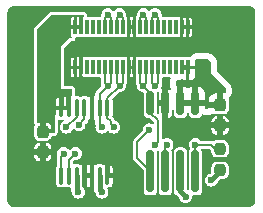
<source format=gbr>
%TF.GenerationSoftware,KiCad,Pcbnew,8.0.2*%
%TF.CreationDate,2024-11-23T19:12:39+01:00*%
%TF.ProjectId,NTR-Subcard,4e54522d-5375-4626-9361-72642e6b6963,rev?*%
%TF.SameCoordinates,Original*%
%TF.FileFunction,Copper,L1,Top*%
%TF.FilePolarity,Positive*%
%FSLAX46Y46*%
G04 Gerber Fmt 4.6, Leading zero omitted, Abs format (unit mm)*
G04 Created by KiCad (PCBNEW 8.0.2) date 2024-11-23 19:12:39*
%MOMM*%
%LPD*%
G01*
G04 APERTURE LIST*
G04 Aperture macros list*
%AMRoundRect*
0 Rectangle with rounded corners*
0 $1 Rounding radius*
0 $2 $3 $4 $5 $6 $7 $8 $9 X,Y pos of 4 corners*
0 Add a 4 corners polygon primitive as box body*
4,1,4,$2,$3,$4,$5,$6,$7,$8,$9,$2,$3,0*
0 Add four circle primitives for the rounded corners*
1,1,$1+$1,$2,$3*
1,1,$1+$1,$4,$5*
1,1,$1+$1,$6,$7*
1,1,$1+$1,$8,$9*
0 Add four rect primitives between the rounded corners*
20,1,$1+$1,$2,$3,$4,$5,0*
20,1,$1+$1,$4,$5,$6,$7,0*
20,1,$1+$1,$6,$7,$8,$9,0*
20,1,$1+$1,$8,$9,$2,$3,0*%
G04 Aperture macros list end*
%TA.AperFunction,SMDPad,CuDef*%
%ADD10RoundRect,0.150000X0.150000X-1.635000X0.150000X1.635000X-0.150000X1.635000X-0.150000X-1.635000X0*%
%TD*%
%TA.AperFunction,SMDPad,CuDef*%
%ADD11RoundRect,0.150000X0.150000X-0.825000X0.150000X0.825000X-0.150000X0.825000X-0.150000X-0.825000X0*%
%TD*%
%TA.AperFunction,SMDPad,CuDef*%
%ADD12R,0.300000X1.200000*%
%TD*%
%TA.AperFunction,SMDPad,CuDef*%
%ADD13RoundRect,0.100000X0.100000X-0.637500X0.100000X0.637500X-0.100000X0.637500X-0.100000X-0.637500X0*%
%TD*%
%TA.AperFunction,SMDPad,CuDef*%
%ADD14RoundRect,0.237500X0.237500X-0.250000X0.237500X0.250000X-0.237500X0.250000X-0.237500X-0.250000X0*%
%TD*%
%TA.AperFunction,SMDPad,CuDef*%
%ADD15RoundRect,0.237500X0.237500X-0.300000X0.237500X0.300000X-0.237500X0.300000X-0.237500X-0.300000X0*%
%TD*%
%TA.AperFunction,ViaPad*%
%ADD16C,0.600000*%
%TD*%
%TA.AperFunction,Conductor*%
%ADD17C,0.400000*%
%TD*%
%TA.AperFunction,Conductor*%
%ADD18C,0.200000*%
%TD*%
G04 APERTURE END LIST*
D10*
%TO.P,U2,1,D*%
%TO.N,D*%
X111095000Y-79510000D03*
%TO.P,U2,2,C*%
%TO.N,C*%
X112365000Y-79510000D03*
%TO.P,U2,3,~{Reset}*%
%TO.N,VCC*%
X113635000Y-79510000D03*
%TO.P,U2,4,~{S}*%
%TO.N,S*%
X114905000Y-79510000D03*
D11*
%TO.P,U2,5,~{W}*%
%TO.N,VCC*%
X114905000Y-73750000D03*
%TO.P,U2,6,VCC*%
X113635000Y-73750000D03*
%TO.P,U2,7,VSS*%
%TO.N,GND*%
X112365000Y-73750000D03*
%TO.P,U2,8,Q*%
%TO.N,Q*%
X111095000Y-73750000D03*
%TD*%
D12*
%TO.P,CN1,1,Pin_1*%
%TO.N,VCC*%
X114250000Y-70700000D03*
%TO.P,CN1,2,Pin_2*%
X113750000Y-70700000D03*
%TO.P,CN1,3,Pin_3*%
%TO.N,unconnected-(CN1-Pin_3-Pad3)*%
X113250000Y-70700000D03*
%TO.P,CN1,4,Pin_4*%
%TO.N,unconnected-(CN1-Pin_4-Pad4)*%
X112750000Y-70700000D03*
%TO.P,CN1,5,Pin_5*%
%TO.N,unconnected-(CN1-Pin_5-Pad5)*%
X112250000Y-70700000D03*
%TO.P,CN1,6,Pin_6*%
%TO.N,S*%
X111750000Y-70700000D03*
%TO.P,CN1,7,Pin_7*%
X111250000Y-70700000D03*
%TO.P,CN1,8,Pin_8*%
%TO.N,Q*%
X110750000Y-70700000D03*
%TO.P,CN1,9,Pin_9*%
X110250000Y-70700000D03*
%TO.P,CN1,10,Pin_10*%
%TO.N,GND*%
X109750000Y-70700000D03*
%TO.P,CN1,11,Pin_11*%
X109250000Y-70700000D03*
%TO.P,CN1,12,Pin_12*%
%TO.N,D*%
X108750000Y-70700000D03*
%TO.P,CN1,13,Pin_13*%
X108250000Y-70700000D03*
%TO.P,CN1,14,Pin_14*%
%TO.N,C*%
X107750000Y-70700000D03*
%TO.P,CN1,15,Pin_15*%
X107250000Y-70700000D03*
%TO.P,CN1,16,Pin_16*%
%TO.N,unconnected-(CN1-Pin_16-Pad16)*%
X106750000Y-70700000D03*
%TO.P,CN1,17,Pin_17*%
%TO.N,unconnected-(CN1-Pin_17-Pad17)*%
X106250000Y-70700000D03*
%TO.P,CN1,18,Pin_18*%
%TO.N,unconnected-(CN1-Pin_18-Pad18)*%
X105750000Y-70700000D03*
%TO.P,CN1,19,Pin_19*%
%TO.N,GND*%
X105250000Y-70700000D03*
%TO.P,CN1,20,Pin_20*%
X104750000Y-70700000D03*
%TO.P,CN1,21,Pin_21*%
%TO.N,VCC*%
X104750000Y-67300000D03*
%TO.P,CN1,22,Pin_22*%
X105250000Y-67300000D03*
%TO.P,CN1,23,Pin_23*%
%TO.N,unconnected-(CN1-Pin_23-Pad23)*%
X105750000Y-67300000D03*
%TO.P,CN1,24,Pin_24*%
%TO.N,unconnected-(CN1-Pin_24-Pad24)*%
X106250000Y-67300000D03*
%TO.P,CN1,25,Pin_25*%
%TO.N,unconnected-(CN1-Pin_25-Pad25)*%
X106750000Y-67300000D03*
%TO.P,CN1,26,Pin_26*%
%TO.N,S*%
X107250000Y-67300000D03*
%TO.P,CN1,27,Pin_27*%
X107750000Y-67300000D03*
%TO.P,CN1,28,Pin_28*%
%TO.N,Q*%
X108250000Y-67300000D03*
%TO.P,CN1,29,Pin_29*%
X108750000Y-67300000D03*
%TO.P,CN1,30,Pin_30*%
%TO.N,GND*%
X109250000Y-67300000D03*
%TO.P,CN1,31,Pin_31*%
X109750000Y-67300000D03*
%TO.P,CN1,32,Pin_32*%
%TO.N,D*%
X110250000Y-67300000D03*
%TO.P,CN1,33,Pin_33*%
X110750000Y-67300000D03*
%TO.P,CN1,34,Pin_34*%
%TO.N,C*%
X111250000Y-67300000D03*
%TO.P,CN1,35,Pin_35*%
X111750000Y-67300000D03*
%TO.P,CN1,36,Pin_36*%
%TO.N,unconnected-(CN1-Pin_36-Pad36)*%
X112250000Y-67300000D03*
%TO.P,CN1,37,Pin_37*%
%TO.N,unconnected-(CN1-Pin_37-Pad37)*%
X112750000Y-67300000D03*
%TO.P,CN1,38,Pin_38*%
%TO.N,unconnected-(CN1-Pin_38-Pad38)*%
X113250000Y-67300000D03*
%TO.P,CN1,39,Pin_39*%
%TO.N,GND*%
X113750000Y-67300000D03*
%TO.P,CN1,40,Pin_40*%
X114250000Y-67300000D03*
%TD*%
D13*
%TO.P,U1,1,~{S}*%
%TO.N,S*%
X103550000Y-79862500D03*
%TO.P,U1,2,Q*%
%TO.N,Q*%
X104200000Y-79862500D03*
%TO.P,U1,3,~{W}*%
%TO.N,VCC*%
X104850000Y-79862500D03*
%TO.P,U1,4,VSS*%
%TO.N,GND*%
X105500000Y-79862500D03*
%TO.P,U1,5*%
X106150000Y-79862500D03*
%TO.P,U1,6*%
%TO.N,VCC*%
X106800000Y-79862500D03*
%TO.P,U1,7*%
%TO.N,GND*%
X107450000Y-79862500D03*
%TO.P,U1,8*%
%TO.N,D*%
X107450000Y-74137500D03*
%TO.P,U1,9*%
%TO.N,C*%
X106800000Y-74137500D03*
%TO.P,U1,10*%
%TO.N,GND*%
X106150000Y-74137500D03*
%TO.P,U1,11,D*%
%TO.N,D*%
X105500000Y-74137500D03*
%TO.P,U1,12,C*%
%TO.N,C*%
X104850000Y-74137500D03*
%TO.P,U1,13,~{HOLD}*%
%TO.N,VCC*%
X104200000Y-74137500D03*
%TO.P,U1,14,VCC*%
X103550000Y-74137500D03*
%TD*%
D14*
%TO.P,R1,1*%
%TO.N,VCC*%
X117000000Y-79412500D03*
%TO.P,R1,2*%
%TO.N,S*%
X117000000Y-77587500D03*
%TD*%
D15*
%TO.P,C2,1*%
%TO.N,GND*%
X117000000Y-75612500D03*
%TO.P,C2,2*%
%TO.N,VCC*%
X117000000Y-73887500D03*
%TD*%
%TO.P,C1,1*%
%TO.N,GND*%
X102000000Y-77862500D03*
%TO.P,C1,2*%
%TO.N,VCC*%
X102000000Y-76137500D03*
%TD*%
D16*
%TO.N,VCC*%
X102250000Y-73000000D03*
X116250000Y-80250000D03*
X114088296Y-81633450D03*
X116000000Y-72000000D03*
X105000000Y-81250000D03*
X103000000Y-72000000D03*
X116000000Y-72750000D03*
X115000000Y-72000000D03*
X107000000Y-81250000D03*
X102250000Y-72000000D03*
%TO.N,GND*%
X118750000Y-66500000D03*
X108500000Y-74500000D03*
X118750000Y-69250000D03*
X100000000Y-75750000D03*
X100000000Y-67250000D03*
X115254696Y-82015955D03*
X100000000Y-78750000D03*
X105750000Y-68500000D03*
X116250000Y-67250000D03*
X111750000Y-82000000D03*
X106500000Y-66000000D03*
X100000000Y-73000000D03*
X100000000Y-81750000D03*
X112378463Y-71946036D03*
X119000000Y-80750000D03*
X114000000Y-66250000D03*
X113750000Y-77000000D03*
X100000000Y-70000000D03*
X114750000Y-68500000D03*
X103500000Y-81750000D03*
X106000000Y-81750000D03*
X105250000Y-72250000D03*
X112500000Y-66000000D03*
X112500000Y-76000000D03*
X109500000Y-66000000D03*
X119000000Y-78000000D03*
X118750000Y-72250000D03*
X118750000Y-75250000D03*
X108250000Y-68500000D03*
X111000000Y-68500000D03*
X110000000Y-75000000D03*
X109250000Y-81750000D03*
%TO.N,C*%
X104000000Y-75750000D03*
X111500000Y-66250000D03*
X107000000Y-75750000D03*
X112500000Y-77250000D03*
X107500000Y-72250000D03*
%TO.N,Q*%
X110500000Y-72250000D03*
X111500000Y-77250000D03*
X108500000Y-66250000D03*
X104750000Y-78000000D03*
%TO.N,S*%
X114905000Y-77250000D03*
X111500000Y-72250000D03*
X107500000Y-66250000D03*
X103750000Y-78000000D03*
%TO.N,D*%
X111000000Y-76000000D03*
X108000000Y-75750000D03*
X108500000Y-72250000D03*
X105049265Y-75549265D03*
X110500000Y-66250000D03*
%TD*%
D17*
%TO.N,VCC*%
X113635000Y-81180154D02*
X113635000Y-79475000D01*
X114088296Y-81633450D02*
X113635000Y-81180154D01*
D18*
%TO.N,Q*%
X111500000Y-77250000D02*
X111750000Y-77000000D01*
X111750000Y-75180000D02*
X111095000Y-74525000D01*
X111750000Y-77000000D02*
X111750000Y-75180000D01*
D17*
%TO.N,VCC*%
X114250000Y-70700000D02*
X113800000Y-70700000D01*
X106800000Y-81050000D02*
X107000000Y-81250000D01*
X117000000Y-79500000D02*
X116250000Y-80250000D01*
X117000000Y-79412500D02*
X117000000Y-79500000D01*
X104850000Y-81100000D02*
X105000000Y-81250000D01*
X106800000Y-79862500D02*
X106800000Y-81050000D01*
X104850000Y-79862500D02*
X104850000Y-81100000D01*
%TO.N,GND*%
X105250000Y-72250000D02*
X105250000Y-72000000D01*
D18*
%TO.N,C*%
X104850000Y-74900000D02*
X104850000Y-74137500D01*
X111250000Y-67300000D02*
X111250000Y-66500000D01*
X107250000Y-70700000D02*
X107250000Y-72000000D01*
X107000000Y-75750000D02*
X106800000Y-75550000D01*
X107250000Y-72000000D02*
X107500000Y-72250000D01*
X111500000Y-66250000D02*
X111750000Y-66500000D01*
X111250000Y-66500000D02*
X111500000Y-66250000D01*
X107500000Y-72250000D02*
X107750000Y-72000000D01*
X104000000Y-75750000D02*
X104850000Y-74900000D01*
X107750000Y-72000000D02*
X107750000Y-70700000D01*
X106800000Y-74137500D02*
X106800000Y-72950000D01*
X112365000Y-79475000D02*
X112365000Y-77385000D01*
X106800000Y-72950000D02*
X107500000Y-72250000D01*
X112365000Y-77385000D02*
X112500000Y-77250000D01*
X106800000Y-75550000D02*
X106800000Y-74137500D01*
X111750000Y-66500000D02*
X111750000Y-67300000D01*
%TO.N,Q*%
X108250000Y-66500000D02*
X108500000Y-66250000D01*
X110250000Y-72000000D02*
X110500000Y-72250000D01*
X110250000Y-70700000D02*
X110250000Y-72000000D01*
X110750000Y-72000000D02*
X110750000Y-70700000D01*
X111095000Y-74525000D02*
X111095000Y-72845000D01*
X104200000Y-78550000D02*
X104200000Y-79862500D01*
X108750000Y-66500000D02*
X108500000Y-66250000D01*
X111095000Y-72845000D02*
X110500000Y-72250000D01*
X108250000Y-67300000D02*
X108250000Y-66500000D01*
X108750000Y-67300000D02*
X108750000Y-66500000D01*
X110500000Y-72250000D02*
X110750000Y-72000000D01*
X104750000Y-78000000D02*
X104200000Y-78550000D01*
%TO.N,S*%
X111500000Y-72250000D02*
X111750000Y-72000000D01*
X103550000Y-78200000D02*
X103550000Y-79862500D01*
X111250000Y-72000000D02*
X111500000Y-72250000D01*
X103750000Y-78000000D02*
X103550000Y-78200000D01*
X107250000Y-66500000D02*
X107500000Y-66250000D01*
X107500000Y-66250000D02*
X107750000Y-66500000D01*
X107750000Y-66500000D02*
X107750000Y-67300000D01*
X111750000Y-72000000D02*
X111750000Y-70700000D01*
X107250000Y-67300000D02*
X107250000Y-66500000D01*
X111250000Y-70700000D02*
X111250000Y-72000000D01*
%TO.N,D*%
X107450000Y-73300000D02*
X108500000Y-72250000D01*
X105500000Y-75098530D02*
X105500000Y-74137500D01*
X107750000Y-75500000D02*
X107750000Y-75250000D01*
X108750000Y-72000000D02*
X108750000Y-70700000D01*
X110250000Y-67300000D02*
X110250000Y-66500000D01*
X108250000Y-70700000D02*
X108250000Y-72000000D01*
X107450000Y-74137500D02*
X107450000Y-73300000D01*
X111095000Y-79475000D02*
X110000000Y-78380000D01*
X110250000Y-66500000D02*
X110500000Y-66250000D01*
X108000000Y-75750000D02*
X107750000Y-75500000D01*
X107750000Y-75250000D02*
X107450000Y-74950000D01*
X110000000Y-77000000D02*
X111000000Y-76000000D01*
X110750000Y-66500000D02*
X110750000Y-67300000D01*
X108250000Y-72000000D02*
X108500000Y-72250000D01*
X108500000Y-72250000D02*
X108750000Y-72000000D01*
X110500000Y-66250000D02*
X110750000Y-66500000D01*
X105049265Y-75549265D02*
X105500000Y-75098530D01*
X110000000Y-78380000D02*
X110000000Y-77000000D01*
X107450000Y-74950000D02*
X107450000Y-74137500D01*
%TO.N,S*%
X116587500Y-77587500D02*
X117000000Y-77587500D01*
X114905000Y-79475000D02*
X114905000Y-77250000D01*
X116250000Y-77250000D02*
X116587500Y-77587500D01*
X114905000Y-77250000D02*
X116250000Y-77250000D01*
%TD*%
%TA.AperFunction,Conductor*%
%TO.N,GND*%
G36*
X119504126Y-65500965D02*
G01*
X119514292Y-65502110D01*
X119602873Y-65512091D01*
X119619013Y-65515775D01*
X119708852Y-65547211D01*
X119723781Y-65554400D01*
X119804372Y-65605038D01*
X119817328Y-65615370D01*
X119884629Y-65682671D01*
X119894961Y-65695627D01*
X119945599Y-65776218D01*
X119952788Y-65791147D01*
X119984222Y-65880980D01*
X119987909Y-65897131D01*
X119999035Y-65995873D01*
X119999500Y-66004159D01*
X119999500Y-81995840D01*
X119999035Y-82004126D01*
X119987909Y-82102868D01*
X119984221Y-82119023D01*
X119952788Y-82208852D01*
X119945599Y-82223781D01*
X119894961Y-82304372D01*
X119884629Y-82317328D01*
X119817328Y-82384629D01*
X119804372Y-82394961D01*
X119723781Y-82445599D01*
X119708852Y-82452788D01*
X119635258Y-82478539D01*
X119619021Y-82484221D01*
X119602868Y-82487909D01*
X119504127Y-82499035D01*
X119495841Y-82499500D01*
X99504159Y-82499500D01*
X99495873Y-82499035D01*
X99397131Y-82487909D01*
X99380980Y-82484222D01*
X99333867Y-82467736D01*
X99291147Y-82452788D01*
X99276218Y-82445599D01*
X99195627Y-82394961D01*
X99182671Y-82384629D01*
X99115370Y-82317328D01*
X99105038Y-82304372D01*
X99054400Y-82223781D01*
X99047211Y-82208852D01*
X99015775Y-82119013D01*
X99012091Y-82102873D01*
X99000965Y-82004125D01*
X99000500Y-81995840D01*
X99000500Y-79191735D01*
X103099500Y-79191735D01*
X103099500Y-80533264D01*
X103109427Y-80601393D01*
X103109427Y-80601394D01*
X103160801Y-80706482D01*
X103160802Y-80706483D01*
X103243517Y-80789198D01*
X103348607Y-80840573D01*
X103416740Y-80850500D01*
X103416746Y-80850500D01*
X103683254Y-80850500D01*
X103683260Y-80850500D01*
X103751393Y-80840573D01*
X103842502Y-80796032D01*
X103899027Y-80792523D01*
X103907483Y-80796025D01*
X103998607Y-80840573D01*
X104066740Y-80850500D01*
X104066746Y-80850500D01*
X104325500Y-80850500D01*
X104377826Y-80872174D01*
X104399500Y-80924500D01*
X104399500Y-81159311D01*
X104416803Y-81223885D01*
X104416803Y-81223886D01*
X104430199Y-81273882D01*
X104430203Y-81273891D01*
X104445761Y-81300838D01*
X104455042Y-81328178D01*
X104463669Y-81393708D01*
X104519138Y-81527623D01*
X104519139Y-81527625D01*
X104607379Y-81642621D01*
X104722375Y-81730861D01*
X104856291Y-81786330D01*
X105000000Y-81805250D01*
X105143709Y-81786330D01*
X105277625Y-81730861D01*
X105392621Y-81642621D01*
X105480861Y-81527625D01*
X105536330Y-81393709D01*
X105555250Y-81250000D01*
X105536330Y-81106291D01*
X105480861Y-80972375D01*
X105444125Y-80924500D01*
X105392623Y-80857381D01*
X105392622Y-80857380D01*
X105370323Y-80840269D01*
X105700000Y-80840269D01*
X105701246Y-80840088D01*
X105792499Y-80795478D01*
X105849028Y-80791968D01*
X105857501Y-80795478D01*
X105948753Y-80840088D01*
X105948752Y-80840088D01*
X105949999Y-80840269D01*
X105950000Y-80840268D01*
X105950000Y-80062500D01*
X105700000Y-80062500D01*
X105700000Y-80840269D01*
X105370323Y-80840269D01*
X105329451Y-80808906D01*
X105301133Y-80759856D01*
X105300500Y-80750198D01*
X105300500Y-79191746D01*
X105300306Y-79189069D01*
X105300442Y-79189059D01*
X105300000Y-79182945D01*
X105300000Y-78884730D01*
X105700000Y-78884730D01*
X105700000Y-79662500D01*
X105950000Y-79662500D01*
X105950000Y-79191746D01*
X106349500Y-79191746D01*
X106349500Y-81109311D01*
X106361096Y-81152587D01*
X106361096Y-81152588D01*
X106380199Y-81223882D01*
X106380203Y-81223891D01*
X106439509Y-81326611D01*
X106442459Y-81330455D01*
X106441653Y-81331073D01*
X106460438Y-81369164D01*
X106463670Y-81393708D01*
X106518957Y-81527187D01*
X106519139Y-81527625D01*
X106607379Y-81642621D01*
X106722375Y-81730861D01*
X106856291Y-81786330D01*
X107000000Y-81805250D01*
X107143709Y-81786330D01*
X107277625Y-81730861D01*
X107392621Y-81642621D01*
X107480861Y-81527625D01*
X107536330Y-81393709D01*
X107555250Y-81250000D01*
X107536330Y-81106291D01*
X107480861Y-80972375D01*
X107478307Y-80969046D01*
X107463649Y-80914338D01*
X107491969Y-80865290D01*
X107537016Y-80849999D01*
X107583211Y-80849999D01*
X107583224Y-80849998D01*
X107651250Y-80840087D01*
X107756188Y-80788786D01*
X107838785Y-80706189D01*
X107890087Y-80601249D01*
X107899999Y-80533223D01*
X107900000Y-80533212D01*
X107900000Y-80062500D01*
X107324500Y-80062500D01*
X107272174Y-80040826D01*
X107250500Y-79988500D01*
X107250500Y-79662500D01*
X107650000Y-79662500D01*
X107899999Y-79662500D01*
X107899999Y-79191789D01*
X107899998Y-79191775D01*
X107890087Y-79123749D01*
X107838786Y-79018811D01*
X107756189Y-78936214D01*
X107651248Y-78884912D01*
X107651251Y-78884912D01*
X107650000Y-78884730D01*
X107650000Y-79662500D01*
X107250500Y-79662500D01*
X107250500Y-79191746D01*
X107250306Y-79189069D01*
X107250442Y-79189059D01*
X107250000Y-79182945D01*
X107250000Y-78884730D01*
X107248748Y-78884912D01*
X107158068Y-78929243D01*
X107101540Y-78932752D01*
X107093068Y-78929243D01*
X107001394Y-78884427D01*
X106933264Y-78874500D01*
X106933260Y-78874500D01*
X106666740Y-78874500D01*
X106666735Y-78874500D01*
X106598606Y-78884427D01*
X106598604Y-78884428D01*
X106506931Y-78929243D01*
X106450402Y-78932752D01*
X106441931Y-78929243D01*
X106351251Y-78884912D01*
X106350000Y-78884730D01*
X106350000Y-79182945D01*
X106349557Y-79189059D01*
X106349694Y-79189069D01*
X106349500Y-79191746D01*
X105950000Y-79191746D01*
X105950000Y-78884730D01*
X105948748Y-78884912D01*
X105857500Y-78929521D01*
X105800972Y-78933030D01*
X105792500Y-78929521D01*
X105701251Y-78884912D01*
X105700000Y-78884730D01*
X105300000Y-78884730D01*
X105298748Y-78884912D01*
X105208068Y-78929243D01*
X105151540Y-78932752D01*
X105143068Y-78929243D01*
X105051394Y-78884427D01*
X104983264Y-78874500D01*
X104983260Y-78874500D01*
X104716740Y-78874500D01*
X104716735Y-78874500D01*
X104648599Y-78884428D01*
X104646338Y-78885127D01*
X104644794Y-78884982D01*
X104642920Y-78885256D01*
X104642853Y-78884801D01*
X104589946Y-78879860D01*
X104553796Y-78836261D01*
X104550500Y-78814423D01*
X104550500Y-78725833D01*
X104572173Y-78673508D01*
X104671559Y-78574122D01*
X104723883Y-78552449D01*
X104733539Y-78553082D01*
X104743954Y-78554453D01*
X104749998Y-78555250D01*
X104749999Y-78555250D01*
X104749999Y-78555249D01*
X104750000Y-78555250D01*
X104893709Y-78536330D01*
X105027625Y-78480861D01*
X105142621Y-78392621D01*
X105230861Y-78277625D01*
X105286330Y-78143709D01*
X105305250Y-78000000D01*
X105286330Y-77856291D01*
X105230861Y-77722375D01*
X105142621Y-77607379D01*
X105027625Y-77519139D01*
X105019728Y-77515868D01*
X104893708Y-77463669D01*
X104750000Y-77444750D01*
X104606291Y-77463669D01*
X104472376Y-77519138D01*
X104461260Y-77527668D01*
X104357379Y-77607379D01*
X104339005Y-77631325D01*
X104308708Y-77670808D01*
X104259658Y-77699126D01*
X104204951Y-77684467D01*
X104191292Y-77670808D01*
X104169663Y-77642621D01*
X104142621Y-77607379D01*
X104027625Y-77519139D01*
X104019728Y-77515868D01*
X103893708Y-77463669D01*
X103750000Y-77444750D01*
X103606291Y-77463669D01*
X103472376Y-77519138D01*
X103357379Y-77607379D01*
X103269138Y-77722376D01*
X103213669Y-77856291D01*
X103194750Y-78000000D01*
X103207975Y-78100459D01*
X103206087Y-78129266D01*
X103199500Y-78153851D01*
X103199500Y-78949167D01*
X103177826Y-79001493D01*
X103160801Y-79018517D01*
X103109427Y-79123605D01*
X103109427Y-79123606D01*
X103099500Y-79191735D01*
X99000500Y-79191735D01*
X99000500Y-78209131D01*
X101275000Y-78209131D01*
X101281241Y-78267189D01*
X101281243Y-78267195D01*
X101330230Y-78398533D01*
X101414241Y-78510758D01*
X101526466Y-78594769D01*
X101657804Y-78643756D01*
X101657810Y-78643758D01*
X101715868Y-78650000D01*
X101750000Y-78650000D01*
X102250000Y-78650000D01*
X102284132Y-78650000D01*
X102342189Y-78643758D01*
X102342195Y-78643756D01*
X102473533Y-78594769D01*
X102585758Y-78510758D01*
X102669769Y-78398533D01*
X102718756Y-78267195D01*
X102718758Y-78267189D01*
X102725000Y-78209131D01*
X102725000Y-78112500D01*
X102250000Y-78112500D01*
X102250000Y-78650000D01*
X101750000Y-78650000D01*
X101750000Y-78112500D01*
X101275000Y-78112500D01*
X101275000Y-78209131D01*
X99000500Y-78209131D01*
X99000500Y-77515868D01*
X101275000Y-77515868D01*
X101275000Y-77612500D01*
X101750000Y-77612500D01*
X102250000Y-77612500D01*
X102725000Y-77612500D01*
X102725000Y-77515868D01*
X102718758Y-77457810D01*
X102718756Y-77457804D01*
X102669769Y-77326466D01*
X102585758Y-77214241D01*
X102473533Y-77130230D01*
X102342195Y-77081243D01*
X102342189Y-77081241D01*
X102284132Y-77075000D01*
X102250000Y-77075000D01*
X102250000Y-77612500D01*
X101750000Y-77612500D01*
X101750000Y-77075000D01*
X101715868Y-77075000D01*
X101657810Y-77081241D01*
X101657804Y-77081243D01*
X101526466Y-77130230D01*
X101414241Y-77214241D01*
X101330230Y-77326466D01*
X101281243Y-77457804D01*
X101281241Y-77457810D01*
X101275000Y-77515868D01*
X99000500Y-77515868D01*
X99000500Y-76953853D01*
X109649500Y-76953853D01*
X109649500Y-78426146D01*
X109670322Y-78503853D01*
X109670322Y-78503854D01*
X109673384Y-78515283D01*
X109673386Y-78515288D01*
X109719530Y-78595212D01*
X110522826Y-79398508D01*
X110544500Y-79450834D01*
X110544500Y-81176519D01*
X110559353Y-81270304D01*
X110559354Y-81270306D01*
X110590317Y-81331073D01*
X110616950Y-81383342D01*
X110706658Y-81473050D01*
X110819696Y-81530646D01*
X110913481Y-81545500D01*
X111276518Y-81545499D01*
X111276519Y-81545499D01*
X111370304Y-81530646D01*
X111370306Y-81530645D01*
X111377093Y-81527187D01*
X111483342Y-81473050D01*
X111573050Y-81383342D01*
X111630646Y-81270304D01*
X111645500Y-81176519D01*
X111645499Y-77843482D01*
X111645498Y-77843474D01*
X111645305Y-77841022D01*
X111662801Y-77787155D01*
X111690754Y-77766843D01*
X111714103Y-77757172D01*
X111770738Y-77757174D01*
X111810786Y-77797223D01*
X111815508Y-77837108D01*
X111814500Y-77843474D01*
X111814500Y-81176519D01*
X111829353Y-81270304D01*
X111829354Y-81270306D01*
X111860317Y-81331073D01*
X111886950Y-81383342D01*
X111976658Y-81473050D01*
X112089696Y-81530646D01*
X112183481Y-81545500D01*
X112546518Y-81545499D01*
X112546519Y-81545499D01*
X112640304Y-81530646D01*
X112640306Y-81530645D01*
X112647093Y-81527187D01*
X112753342Y-81473050D01*
X112843050Y-81383342D01*
X112900646Y-81270304D01*
X112915500Y-81176519D01*
X112915499Y-77843482D01*
X112915499Y-77843480D01*
X113084500Y-77843480D01*
X113084500Y-81176519D01*
X113099353Y-81270304D01*
X113099354Y-81270306D01*
X113130317Y-81331073D01*
X113156950Y-81383342D01*
X113246658Y-81473050D01*
X113326199Y-81513578D01*
X113344930Y-81527187D01*
X113527693Y-81709950D01*
X113548734Y-81752615D01*
X113551965Y-81777158D01*
X113607434Y-81911073D01*
X113607435Y-81911075D01*
X113695675Y-82026071D01*
X113810671Y-82114311D01*
X113944587Y-82169780D01*
X114088296Y-82188700D01*
X114232005Y-82169780D01*
X114365921Y-82114311D01*
X114480917Y-82026071D01*
X114569157Y-81911075D01*
X114624626Y-81777159D01*
X114643546Y-81633450D01*
X114642937Y-81628826D01*
X114657591Y-81574120D01*
X114706639Y-81545798D01*
X114722107Y-81545392D01*
X114723470Y-81545498D01*
X114723481Y-81545500D01*
X115086518Y-81545499D01*
X115086519Y-81545499D01*
X115180304Y-81530646D01*
X115180306Y-81530645D01*
X115187093Y-81527187D01*
X115293342Y-81473050D01*
X115383050Y-81383342D01*
X115440646Y-81270304D01*
X115455500Y-81176519D01*
X115455500Y-80250000D01*
X115694750Y-80250000D01*
X115713669Y-80393708D01*
X115713670Y-80393710D01*
X115769139Y-80527625D01*
X115857379Y-80642621D01*
X115972375Y-80730861D01*
X116106291Y-80786330D01*
X116250000Y-80805250D01*
X116393709Y-80786330D01*
X116527625Y-80730861D01*
X116642621Y-80642621D01*
X116730861Y-80527625D01*
X116786330Y-80393709D01*
X116789560Y-80369169D01*
X116810599Y-80326502D01*
X116964929Y-80172174D01*
X117017255Y-80150500D01*
X117284175Y-80150500D01*
X117289317Y-80149946D01*
X117342299Y-80144251D01*
X117444074Y-80106291D01*
X117473776Y-80095213D01*
X117473776Y-80095212D01*
X117473778Y-80095212D01*
X117586116Y-80011116D01*
X117670212Y-79898778D01*
X117719251Y-79767299D01*
X117725500Y-79709174D01*
X117725500Y-79115826D01*
X117719251Y-79057701D01*
X117690203Y-78979819D01*
X117670213Y-78926223D01*
X117670212Y-78926222D01*
X117639448Y-78885127D01*
X117586116Y-78813884D01*
X117473778Y-78729788D01*
X117473777Y-78729787D01*
X117473776Y-78729786D01*
X117342303Y-78680750D01*
X117342300Y-78680749D01*
X117342299Y-78680749D01*
X117313236Y-78677624D01*
X117284175Y-78674500D01*
X117284174Y-78674500D01*
X116715826Y-78674500D01*
X116715825Y-78674500D01*
X116657701Y-78680749D01*
X116657696Y-78680750D01*
X116526223Y-78729786D01*
X116526222Y-78729787D01*
X116413884Y-78813884D01*
X116329787Y-78926222D01*
X116329786Y-78926223D01*
X116280750Y-79057696D01*
X116280749Y-79057701D01*
X116274500Y-79115825D01*
X116274500Y-79557744D01*
X116252826Y-79610070D01*
X116173498Y-79689397D01*
X116130834Y-79710438D01*
X116106290Y-79713670D01*
X115972376Y-79769138D01*
X115857379Y-79857379D01*
X115769138Y-79972376D01*
X115713669Y-80106291D01*
X115694750Y-80250000D01*
X115455500Y-80250000D01*
X115455499Y-77843482D01*
X115455109Y-77841022D01*
X115440646Y-77749695D01*
X115440645Y-77749693D01*
X115419450Y-77708096D01*
X115415006Y-77651633D01*
X115451788Y-77608566D01*
X115485384Y-77600500D01*
X116074166Y-77600500D01*
X116126492Y-77622174D01*
X116252826Y-77748508D01*
X116274500Y-77800834D01*
X116274500Y-77884174D01*
X116280749Y-77942298D01*
X116280750Y-77942303D01*
X116329786Y-78073776D01*
X116329787Y-78073777D01*
X116329788Y-78073778D01*
X116413884Y-78186116D01*
X116522184Y-78267189D01*
X116526222Y-78270212D01*
X116526223Y-78270213D01*
X116612768Y-78302492D01*
X116657701Y-78319251D01*
X116710182Y-78324893D01*
X116715825Y-78325500D01*
X116715826Y-78325500D01*
X117284175Y-78325500D01*
X117289317Y-78324946D01*
X117342299Y-78319251D01*
X117453903Y-78277625D01*
X117473776Y-78270213D01*
X117473776Y-78270212D01*
X117473778Y-78270212D01*
X117586116Y-78186116D01*
X117670212Y-78073778D01*
X117719251Y-77942299D01*
X117725500Y-77884174D01*
X117725500Y-77290826D01*
X117719251Y-77232701D01*
X117710556Y-77209389D01*
X117670213Y-77101223D01*
X117670212Y-77101222D01*
X117650582Y-77075000D01*
X117586116Y-76988884D01*
X117493097Y-76919250D01*
X117473777Y-76904787D01*
X117473776Y-76904786D01*
X117342303Y-76855750D01*
X117342300Y-76855749D01*
X117342299Y-76855749D01*
X117313236Y-76852624D01*
X117284175Y-76849500D01*
X117284174Y-76849500D01*
X116715826Y-76849500D01*
X116715825Y-76849500D01*
X116657701Y-76855749D01*
X116657696Y-76855750D01*
X116526225Y-76904786D01*
X116489904Y-76931975D01*
X116435025Y-76945981D01*
X116408559Y-76936821D01*
X116385288Y-76923386D01*
X116379929Y-76921950D01*
X116369856Y-76919251D01*
X116296146Y-76899500D01*
X116296144Y-76899500D01*
X115366435Y-76899500D01*
X115314109Y-76877826D01*
X115307728Y-76870550D01*
X115303246Y-76864709D01*
X115297621Y-76857379D01*
X115182625Y-76769139D01*
X115182623Y-76769138D01*
X115048708Y-76713669D01*
X114905000Y-76694750D01*
X114761291Y-76713669D01*
X114627376Y-76769138D01*
X114512379Y-76857379D01*
X114424138Y-76972376D01*
X114368669Y-77106291D01*
X114349750Y-77250000D01*
X114368669Y-77393708D01*
X114424138Y-77527623D01*
X114424140Y-77527626D01*
X114433193Y-77539425D01*
X114447851Y-77594132D01*
X114429511Y-77631325D01*
X114430371Y-77631950D01*
X114426950Y-77636657D01*
X114369353Y-77749698D01*
X114354500Y-77843480D01*
X114354500Y-81037110D01*
X114332826Y-81089436D01*
X114280500Y-81111110D01*
X114252181Y-81105477D01*
X114231180Y-81096778D01*
X114191132Y-81056729D01*
X114185499Y-81028411D01*
X114185499Y-77843480D01*
X114170646Y-77749695D01*
X114170645Y-77749693D01*
X114116088Y-77642621D01*
X114113050Y-77636658D01*
X114023342Y-77546950D01*
X113910304Y-77489354D01*
X113910302Y-77489353D01*
X113910301Y-77489353D01*
X113816519Y-77474500D01*
X113453480Y-77474500D01*
X113359695Y-77489353D01*
X113359693Y-77489354D01*
X113246657Y-77546950D01*
X113156951Y-77636656D01*
X113099353Y-77749698D01*
X113084500Y-77843480D01*
X112915499Y-77843480D01*
X112915109Y-77841022D01*
X112900646Y-77749696D01*
X112900645Y-77749695D01*
X112900040Y-77748508D01*
X112885854Y-77720665D01*
X112881410Y-77664203D01*
X112893076Y-77642026D01*
X112980861Y-77527625D01*
X113036330Y-77393709D01*
X113055250Y-77250000D01*
X113036330Y-77106291D01*
X112980861Y-76972375D01*
X112892621Y-76857379D01*
X112777625Y-76769139D01*
X112777623Y-76769138D01*
X112643708Y-76713669D01*
X112500000Y-76694750D01*
X112356291Y-76713669D01*
X112222376Y-76769138D01*
X112222370Y-76769141D01*
X112219543Y-76771311D01*
X112164835Y-76785965D01*
X112115788Y-76757642D01*
X112100500Y-76712599D01*
X112100500Y-75959131D01*
X116275000Y-75959131D01*
X116281241Y-76017189D01*
X116281243Y-76017195D01*
X116330230Y-76148533D01*
X116414241Y-76260758D01*
X116526466Y-76344769D01*
X116657804Y-76393756D01*
X116657810Y-76393758D01*
X116715868Y-76400000D01*
X116750000Y-76400000D01*
X117250000Y-76400000D01*
X117284132Y-76400000D01*
X117342189Y-76393758D01*
X117342195Y-76393756D01*
X117473533Y-76344769D01*
X117585758Y-76260758D01*
X117669769Y-76148533D01*
X117718756Y-76017195D01*
X117718758Y-76017189D01*
X117725000Y-75959131D01*
X117725000Y-75862500D01*
X117250000Y-75862500D01*
X117250000Y-76400000D01*
X116750000Y-76400000D01*
X116750000Y-75862500D01*
X116275000Y-75862500D01*
X116275000Y-75959131D01*
X112100500Y-75959131D01*
X112100500Y-75265868D01*
X116275000Y-75265868D01*
X116275000Y-75362500D01*
X116750000Y-75362500D01*
X117250000Y-75362500D01*
X117725000Y-75362500D01*
X117725000Y-75265868D01*
X117718758Y-75207810D01*
X117718756Y-75207804D01*
X117669769Y-75076466D01*
X117585758Y-74964241D01*
X117473533Y-74880230D01*
X117342195Y-74831243D01*
X117342189Y-74831241D01*
X117284132Y-74825000D01*
X117250000Y-74825000D01*
X117250000Y-75362500D01*
X116750000Y-75362500D01*
X116750000Y-74825000D01*
X116715868Y-74825000D01*
X116657810Y-74831241D01*
X116657804Y-74831243D01*
X116526466Y-74880230D01*
X116414241Y-74964241D01*
X116330230Y-75076466D01*
X116281243Y-75207804D01*
X116281241Y-75207810D01*
X116275000Y-75265868D01*
X112100500Y-75265868D01*
X112100500Y-75133854D01*
X112100499Y-75133853D01*
X112100069Y-75132250D01*
X112078280Y-75050929D01*
X112085672Y-74994777D01*
X112101699Y-74975507D01*
X112115000Y-74964146D01*
X112115000Y-74000000D01*
X111815001Y-74000000D01*
X111815001Y-74570667D01*
X111793327Y-74622993D01*
X111741001Y-74644667D01*
X111688675Y-74622993D01*
X111667173Y-74601491D01*
X111645499Y-74549165D01*
X111645499Y-72893482D01*
X111644298Y-72885901D01*
X111638588Y-72849847D01*
X111651809Y-72794777D01*
X111683357Y-72769907D01*
X111723118Y-72753438D01*
X111779754Y-72753438D01*
X111819802Y-72793487D01*
X111824524Y-72833380D01*
X111815000Y-72893517D01*
X111815000Y-73500000D01*
X112115000Y-73500000D01*
X112115000Y-72535852D01*
X112114998Y-72535851D01*
X112098304Y-72538496D01*
X112043232Y-72525274D01*
X112013639Y-72476983D01*
X112018360Y-72437091D01*
X112036330Y-72393709D01*
X112055250Y-72250000D01*
X112050197Y-72211624D01*
X112059480Y-72164963D01*
X112065701Y-72154188D01*
X112076614Y-72135288D01*
X112082127Y-72114712D01*
X112095906Y-72063286D01*
X112100500Y-72046145D01*
X112100500Y-71624500D01*
X112122174Y-71572174D01*
X112174500Y-71550500D01*
X112424672Y-71550500D01*
X112424674Y-71550500D01*
X112485564Y-71538388D01*
X112514436Y-71538388D01*
X112575326Y-71550500D01*
X112744659Y-71550500D01*
X112796985Y-71572174D01*
X112818659Y-71624500D01*
X112811972Y-71655241D01*
X112784660Y-71715044D01*
X112784655Y-71715057D01*
X112764982Y-71782057D01*
X112764975Y-71782087D01*
X112744500Y-71924494D01*
X112744500Y-72154188D01*
X112760675Y-72281037D01*
X112760676Y-72281044D01*
X112776292Y-72341280D01*
X112776294Y-72341285D01*
X112792120Y-72380854D01*
X112823783Y-72460018D01*
X112843059Y-72485367D01*
X112857478Y-72540138D01*
X112828945Y-72589063D01*
X112774174Y-72603482D01*
X112750559Y-72596093D01*
X112640145Y-72539834D01*
X112615001Y-72535851D01*
X112615000Y-72535852D01*
X112615000Y-74964147D01*
X112640149Y-74960164D01*
X112640150Y-74960164D01*
X112753046Y-74902639D01*
X112842639Y-74813046D01*
X112900164Y-74700149D01*
X112900164Y-74700148D01*
X112914999Y-74606481D01*
X112914999Y-74342489D01*
X112936673Y-74290163D01*
X112988999Y-74268489D01*
X113041325Y-74290163D01*
X113044925Y-74294030D01*
X113059928Y-74311345D01*
X113061798Y-74313215D01*
X113060802Y-74314210D01*
X113084309Y-74361120D01*
X113084500Y-74366431D01*
X113084500Y-74606519D01*
X113099353Y-74700304D01*
X113099354Y-74700306D01*
X113154361Y-74808260D01*
X113156950Y-74813342D01*
X113246658Y-74903050D01*
X113359696Y-74960646D01*
X113453481Y-74975500D01*
X113816518Y-74975499D01*
X113816519Y-74975499D01*
X113910304Y-74960646D01*
X113910306Y-74960645D01*
X113912419Y-74959568D01*
X114023342Y-74903050D01*
X114113050Y-74813342D01*
X114170646Y-74700304D01*
X114185500Y-74606519D01*
X114185500Y-74579500D01*
X114207174Y-74527174D01*
X114259500Y-74505500D01*
X114280501Y-74505500D01*
X114332827Y-74527174D01*
X114354501Y-74579500D01*
X114354501Y-74606519D01*
X114369353Y-74700304D01*
X114369354Y-74700306D01*
X114424361Y-74808260D01*
X114426950Y-74813342D01*
X114516658Y-74903050D01*
X114629696Y-74960646D01*
X114723481Y-74975500D01*
X115086518Y-74975499D01*
X115086519Y-74975499D01*
X115180304Y-74960646D01*
X115180306Y-74960645D01*
X115182419Y-74959568D01*
X115293342Y-74903050D01*
X115383050Y-74813342D01*
X115436016Y-74709389D01*
X115479083Y-74672608D01*
X115532691Y-74675674D01*
X115619541Y-74715338D01*
X115619549Y-74715340D01*
X115619558Y-74715344D01*
X115686558Y-74735017D01*
X115686565Y-74735018D01*
X115686580Y-74735023D01*
X115686584Y-74735024D01*
X115829000Y-74755500D01*
X115829006Y-74755500D01*
X115901002Y-74755500D01*
X115936819Y-74751649D01*
X116008457Y-74743947D01*
X116059968Y-74732741D01*
X116162505Y-74698613D01*
X116230759Y-74654747D01*
X116270767Y-74643000D01*
X116573969Y-74643000D01*
X116599828Y-74647665D01*
X116657701Y-74669251D01*
X116709576Y-74674828D01*
X116715825Y-74675500D01*
X116715826Y-74675500D01*
X117284175Y-74675500D01*
X117289317Y-74674946D01*
X117342299Y-74669251D01*
X117429951Y-74636558D01*
X117473776Y-74620213D01*
X117473776Y-74620212D01*
X117473778Y-74620212D01*
X117586116Y-74536116D01*
X117670212Y-74423778D01*
X117719251Y-74292299D01*
X117725500Y-74234174D01*
X117725500Y-74198990D01*
X117728498Y-74178140D01*
X117735023Y-74155920D01*
X117735024Y-74155916D01*
X117755500Y-74013500D01*
X117755500Y-73265739D01*
X117777174Y-73213413D01*
X117781041Y-73209813D01*
X117783740Y-73207475D01*
X117811347Y-73183553D01*
X117905567Y-73074819D01*
X117965338Y-72943942D01*
X117965340Y-72943931D01*
X117965344Y-72943924D01*
X117985017Y-72876924D01*
X117985017Y-72876921D01*
X117985023Y-72876903D01*
X117985024Y-72876899D01*
X118005500Y-72734483D01*
X118005500Y-72551362D01*
X118002603Y-72497322D01*
X117999769Y-72470964D01*
X117997995Y-72460018D01*
X117991114Y-72417552D01*
X117962666Y-72341281D01*
X117940832Y-72282743D01*
X117940831Y-72282741D01*
X117940832Y-72282741D01*
X117907350Y-72221424D01*
X117881371Y-72186720D01*
X117821123Y-72106239D01*
X116777174Y-71062290D01*
X116755500Y-71009964D01*
X116755500Y-70301378D01*
X116755499Y-70301346D01*
X116752603Y-70247321D01*
X116752261Y-70244145D01*
X116749769Y-70220964D01*
X116741114Y-70167552D01*
X116690832Y-70032743D01*
X116690831Y-70032741D01*
X116690832Y-70032741D01*
X116657350Y-69971424D01*
X116623334Y-69925984D01*
X116571123Y-69856239D01*
X116393761Y-69678877D01*
X116389366Y-69674929D01*
X116353502Y-69642713D01*
X116353479Y-69642694D01*
X116332861Y-69626080D01*
X116332848Y-69626070D01*
X116288977Y-69594435D01*
X116288976Y-69594434D01*
X116288974Y-69594433D01*
X116158097Y-69534662D01*
X116158095Y-69534661D01*
X116158092Y-69534660D01*
X116158079Y-69534655D01*
X116091079Y-69514982D01*
X116091058Y-69514977D01*
X116091054Y-69514976D01*
X116091052Y-69514975D01*
X116091049Y-69514975D01*
X115948642Y-69494500D01*
X115948638Y-69494500D01*
X115024000Y-69494500D01*
X115023999Y-69494500D01*
X114916545Y-69506052D01*
X114865027Y-69517260D01*
X114865019Y-69517263D01*
X114762501Y-69551384D01*
X114762496Y-69551386D01*
X114762496Y-69551387D01*
X114741621Y-69564802D01*
X114641459Y-69629172D01*
X114588658Y-69674924D01*
X114588653Y-69674929D01*
X114494431Y-69783665D01*
X114484121Y-69806242D01*
X114442668Y-69844835D01*
X114416809Y-69849500D01*
X114075326Y-69849500D01*
X114014436Y-69861611D01*
X113985564Y-69861611D01*
X113924674Y-69849500D01*
X113575326Y-69849500D01*
X113514436Y-69861611D01*
X113485564Y-69861611D01*
X113424674Y-69849500D01*
X113075326Y-69849500D01*
X113014436Y-69861611D01*
X112985564Y-69861611D01*
X112924674Y-69849500D01*
X112575326Y-69849500D01*
X112514436Y-69861611D01*
X112485564Y-69861611D01*
X112424674Y-69849500D01*
X112075326Y-69849500D01*
X112014436Y-69861611D01*
X111985564Y-69861611D01*
X111924674Y-69849500D01*
X111575326Y-69849500D01*
X111514436Y-69861611D01*
X111485564Y-69861611D01*
X111424674Y-69849500D01*
X111075326Y-69849500D01*
X111014436Y-69861611D01*
X110985564Y-69861611D01*
X110924674Y-69849500D01*
X110575326Y-69849500D01*
X110514436Y-69861611D01*
X110485564Y-69861611D01*
X110424674Y-69849500D01*
X110075326Y-69849500D01*
X110013154Y-69861866D01*
X109984282Y-69861866D01*
X109924624Y-69850000D01*
X109900000Y-69850000D01*
X109900000Y-69925984D01*
X109887529Y-69967095D01*
X109864034Y-70002258D01*
X109864034Y-70002260D01*
X109849500Y-70075326D01*
X109849500Y-71324674D01*
X109864034Y-71397740D01*
X109887029Y-71432154D01*
X109899500Y-71473266D01*
X109899500Y-72046146D01*
X109917872Y-72114710D01*
X109917872Y-72114713D01*
X109917873Y-72114713D01*
X109923384Y-72135284D01*
X109923385Y-72135286D01*
X109923386Y-72135288D01*
X109940518Y-72164963D01*
X109940521Y-72164967D01*
X109949801Y-72211623D01*
X109944750Y-72249998D01*
X109944750Y-72250000D01*
X109963669Y-72393708D01*
X110001635Y-72485367D01*
X110019139Y-72527625D01*
X110107379Y-72642621D01*
X110222375Y-72730861D01*
X110356291Y-72786330D01*
X110481967Y-72802875D01*
X110531015Y-72831193D01*
X110545674Y-72885901D01*
X110545397Y-72887811D01*
X110544500Y-72893477D01*
X110544500Y-74606519D01*
X110559353Y-74700304D01*
X110559354Y-74700306D01*
X110614361Y-74808260D01*
X110616950Y-74813342D01*
X110706658Y-74903050D01*
X110819696Y-74960646D01*
X110913481Y-74975500D01*
X111019164Y-74975499D01*
X111071490Y-74997173D01*
X111071491Y-74997173D01*
X111377826Y-75303508D01*
X111399500Y-75355834D01*
X111399500Y-75462599D01*
X111377826Y-75514925D01*
X111325500Y-75536599D01*
X111280457Y-75521311D01*
X111277629Y-75519141D01*
X111277623Y-75519138D01*
X111143708Y-75463669D01*
X111000000Y-75444750D01*
X110856291Y-75463669D01*
X110722376Y-75519138D01*
X110607379Y-75607379D01*
X110519138Y-75722376D01*
X110463669Y-75856291D01*
X110444750Y-76000000D01*
X110444750Y-76000002D01*
X110446916Y-76016458D01*
X110432256Y-76071165D01*
X110425875Y-76078441D01*
X109719530Y-76784787D01*
X109685051Y-76844507D01*
X109673387Y-76864709D01*
X109673384Y-76864715D01*
X109649500Y-76953853D01*
X99000500Y-76953853D01*
X99000500Y-67530653D01*
X101244500Y-67530653D01*
X101244500Y-75308539D01*
X101248558Y-75353874D01*
X101248561Y-75353899D01*
X101253223Y-75379734D01*
X101253227Y-75379755D01*
X101265273Y-75423664D01*
X101265274Y-75423666D01*
X101295362Y-75472376D01*
X101317664Y-75508481D01*
X101320866Y-75511920D01*
X101340657Y-75564987D01*
X101331653Y-75597807D01*
X101329785Y-75601227D01*
X101280750Y-75732696D01*
X101280749Y-75732701D01*
X101274500Y-75790825D01*
X101274500Y-76484174D01*
X101280749Y-76542298D01*
X101280750Y-76542303D01*
X101329786Y-76673776D01*
X101329787Y-76673777D01*
X101329788Y-76673778D01*
X101413884Y-76786116D01*
X101506902Y-76855749D01*
X101526222Y-76870212D01*
X101526223Y-76870213D01*
X101618921Y-76904787D01*
X101657701Y-76919251D01*
X101710182Y-76924893D01*
X101715825Y-76925500D01*
X101715826Y-76925500D01*
X102284175Y-76925500D01*
X102289317Y-76924946D01*
X102342299Y-76919251D01*
X102472872Y-76870550D01*
X102473776Y-76870213D01*
X102473776Y-76870212D01*
X102473778Y-76870212D01*
X102586116Y-76786116D01*
X102670212Y-76673778D01*
X102715021Y-76553639D01*
X102753614Y-76512187D01*
X102784355Y-76505500D01*
X102925998Y-76505500D01*
X102926000Y-76505500D01*
X103023775Y-76486051D01*
X103072757Y-76465762D01*
X103075496Y-76464781D01*
X103076101Y-76464377D01*
X103076102Y-76464377D01*
X103158992Y-76408991D01*
X103214377Y-76326101D01*
X103236051Y-76273775D01*
X103255500Y-76176000D01*
X103255500Y-75187120D01*
X103277174Y-75134794D01*
X103329500Y-75113120D01*
X103342862Y-75115139D01*
X103342920Y-75114744D01*
X103348605Y-75115572D01*
X103348607Y-75115573D01*
X103416740Y-75125500D01*
X103416746Y-75125500D01*
X103683254Y-75125500D01*
X103683260Y-75125500D01*
X103691069Y-75124362D01*
X103745974Y-75138262D01*
X103774968Y-75186915D01*
X103761068Y-75241820D01*
X103730064Y-75265954D01*
X103722375Y-75269139D01*
X103607379Y-75357379D01*
X103519138Y-75472376D01*
X103463669Y-75606291D01*
X103444750Y-75750000D01*
X103463669Y-75893708D01*
X103514816Y-76017189D01*
X103519139Y-76027625D01*
X103607379Y-76142621D01*
X103722375Y-76230861D01*
X103856291Y-76286330D01*
X104000000Y-76305250D01*
X104143709Y-76286330D01*
X104277625Y-76230861D01*
X104392621Y-76142621D01*
X104480861Y-76027625D01*
X104516501Y-75941580D01*
X104556546Y-75901534D01*
X104613183Y-75901533D01*
X104643572Y-75924850D01*
X104656644Y-75941886D01*
X104771640Y-76030126D01*
X104905556Y-76085595D01*
X105049265Y-76104515D01*
X105192974Y-76085595D01*
X105326890Y-76030126D01*
X105441886Y-75941886D01*
X105530126Y-75826890D01*
X105585595Y-75692974D01*
X105604515Y-75549265D01*
X105602348Y-75532809D01*
X105617003Y-75478103D01*
X105623379Y-75470831D01*
X105780470Y-75313742D01*
X105826614Y-75233818D01*
X105840909Y-75180469D01*
X105845632Y-75162839D01*
X105880107Y-75117906D01*
X105936259Y-75110510D01*
X105947260Y-75114628D01*
X105948752Y-75115088D01*
X105949999Y-75115269D01*
X105950000Y-75115268D01*
X105950000Y-74817056D01*
X105950443Y-74810944D01*
X105950306Y-74810935D01*
X105950500Y-74808256D01*
X105950500Y-73466746D01*
X105950499Y-73466737D01*
X105950499Y-73466734D01*
X105950306Y-73464069D01*
X105950442Y-73464059D01*
X105950000Y-73457945D01*
X105950000Y-73159730D01*
X105948748Y-73159912D01*
X105858068Y-73204243D01*
X105801540Y-73207752D01*
X105793068Y-73204243D01*
X105701394Y-73159427D01*
X105633264Y-73149500D01*
X105633260Y-73149500D01*
X105366740Y-73149500D01*
X105366735Y-73149500D01*
X105298606Y-73159427D01*
X105298605Y-73159427D01*
X105207500Y-73203966D01*
X105150972Y-73207475D01*
X105142500Y-73203966D01*
X105051394Y-73159427D01*
X104983264Y-73149500D01*
X104983260Y-73149500D01*
X104829500Y-73149500D01*
X104777174Y-73127826D01*
X104755500Y-73075500D01*
X104755500Y-72574001D01*
X104747911Y-72535851D01*
X104736051Y-72476225D01*
X104715764Y-72427249D01*
X104714782Y-72424504D01*
X104658991Y-72341008D01*
X104658990Y-72341007D01*
X104576100Y-72285622D01*
X104523779Y-72263950D01*
X104523769Y-72263947D01*
X104453640Y-72249998D01*
X104426000Y-72244500D01*
X104425998Y-72244500D01*
X103829500Y-72244500D01*
X103777174Y-72222826D01*
X103755500Y-72170500D01*
X103755500Y-71324622D01*
X104350000Y-71324622D01*
X104364505Y-71397545D01*
X104419759Y-71480239D01*
X104419760Y-71480240D01*
X104502454Y-71535494D01*
X104575378Y-71550000D01*
X104600000Y-71550000D01*
X104900000Y-71550000D01*
X104924622Y-71550000D01*
X104985563Y-71537878D01*
X105014437Y-71537878D01*
X105075378Y-71550000D01*
X105100000Y-71550000D01*
X105100000Y-70850000D01*
X104900000Y-70850000D01*
X104900000Y-71550000D01*
X104600000Y-71550000D01*
X104600000Y-70850000D01*
X104350000Y-70850000D01*
X104350000Y-71324622D01*
X103755500Y-71324622D01*
X103755500Y-70075377D01*
X104350000Y-70075377D01*
X104350000Y-70550000D01*
X104600000Y-70550000D01*
X104900000Y-70550000D01*
X105100000Y-70550000D01*
X105100000Y-70075327D01*
X105349500Y-70075327D01*
X105349500Y-71324672D01*
X105364033Y-71397738D01*
X105364033Y-71397739D01*
X105364034Y-71397740D01*
X105387530Y-71432905D01*
X105400000Y-71474014D01*
X105400000Y-71550000D01*
X105424622Y-71550000D01*
X105484281Y-71538133D01*
X105513154Y-71538133D01*
X105575326Y-71550500D01*
X105575328Y-71550500D01*
X105924672Y-71550500D01*
X105924674Y-71550500D01*
X105985564Y-71538388D01*
X106014436Y-71538388D01*
X106075326Y-71550500D01*
X106075328Y-71550500D01*
X106424672Y-71550500D01*
X106424674Y-71550500D01*
X106485564Y-71538388D01*
X106514436Y-71538388D01*
X106575326Y-71550500D01*
X106825500Y-71550500D01*
X106877826Y-71572174D01*
X106899500Y-71624500D01*
X106899500Y-72046146D01*
X106917872Y-72114710D01*
X106917872Y-72114713D01*
X106917873Y-72114713D01*
X106923384Y-72135284D01*
X106923385Y-72135286D01*
X106923386Y-72135288D01*
X106940518Y-72164963D01*
X106940521Y-72164967D01*
X106949801Y-72211623D01*
X106944750Y-72249998D01*
X106944750Y-72250002D01*
X106946916Y-72266458D01*
X106932256Y-72321165D01*
X106925875Y-72328441D01*
X106519530Y-72734787D01*
X106478849Y-72805247D01*
X106478850Y-72805248D01*
X106473386Y-72814712D01*
X106473384Y-72814715D01*
X106449500Y-72903853D01*
X106449500Y-73089953D01*
X106427826Y-73142279D01*
X106375500Y-73163953D01*
X106353655Y-73160655D01*
X106351253Y-73159913D01*
X106350000Y-73159730D01*
X106350000Y-73457945D01*
X106349557Y-73464059D01*
X106349694Y-73464069D01*
X106349500Y-73466734D01*
X106349501Y-73466737D01*
X106349500Y-73466746D01*
X106349500Y-74808256D01*
X106349694Y-74810935D01*
X106349556Y-74810944D01*
X106350000Y-74817056D01*
X106350000Y-75115269D01*
X106351245Y-75115088D01*
X106353671Y-75114340D01*
X106355337Y-75114495D01*
X106356952Y-75114262D01*
X106357008Y-75114652D01*
X106410062Y-75119614D01*
X106446207Y-75163218D01*
X106449500Y-75185047D01*
X106449500Y-75596144D01*
X106456087Y-75620730D01*
X106457975Y-75649539D01*
X106444750Y-75749999D01*
X106463669Y-75893708D01*
X106514816Y-76017189D01*
X106519139Y-76027625D01*
X106607379Y-76142621D01*
X106722375Y-76230861D01*
X106856291Y-76286330D01*
X107000000Y-76305250D01*
X107143709Y-76286330D01*
X107277625Y-76230861D01*
X107392621Y-76142621D01*
X107441293Y-76079190D01*
X107490341Y-76050873D01*
X107545049Y-76065532D01*
X107558704Y-76079187D01*
X107607379Y-76142621D01*
X107722375Y-76230861D01*
X107856291Y-76286330D01*
X108000000Y-76305250D01*
X108143709Y-76286330D01*
X108277625Y-76230861D01*
X108392621Y-76142621D01*
X108480861Y-76027625D01*
X108536330Y-75893709D01*
X108555250Y-75750000D01*
X108536330Y-75606291D01*
X108480861Y-75472375D01*
X108392621Y-75357379D01*
X108277625Y-75269139D01*
X108143709Y-75213670D01*
X108141247Y-75213010D01*
X108140229Y-75212228D01*
X108139228Y-75211814D01*
X108139339Y-75211545D01*
X108096319Y-75178524D01*
X108088933Y-75160690D01*
X108076614Y-75114712D01*
X108076579Y-75114652D01*
X108049878Y-75068404D01*
X108036759Y-75045681D01*
X108030470Y-75034788D01*
X107914474Y-74918792D01*
X107892800Y-74866466D01*
X107893572Y-74855809D01*
X107900500Y-74808260D01*
X107900500Y-73466740D01*
X107890573Y-73398607D01*
X107890571Y-73398603D01*
X107890393Y-73397381D01*
X107904296Y-73342477D01*
X107911281Y-73334399D01*
X108421557Y-72824122D01*
X108473882Y-72802449D01*
X108483539Y-72803082D01*
X108492823Y-72804305D01*
X108499998Y-72805250D01*
X108499999Y-72805250D01*
X108499999Y-72805249D01*
X108500000Y-72805250D01*
X108643709Y-72786330D01*
X108777625Y-72730861D01*
X108892621Y-72642621D01*
X108980861Y-72527625D01*
X109036330Y-72393709D01*
X109055250Y-72250000D01*
X109050197Y-72211624D01*
X109059480Y-72164963D01*
X109065701Y-72154188D01*
X109076614Y-72135288D01*
X109082127Y-72114712D01*
X109095906Y-72063286D01*
X109100500Y-72046145D01*
X109100500Y-71550000D01*
X109400000Y-71550000D01*
X109424622Y-71550000D01*
X109485563Y-71537878D01*
X109514437Y-71537878D01*
X109575378Y-71550000D01*
X109600000Y-71550000D01*
X109600000Y-70850000D01*
X109400000Y-70850000D01*
X109400000Y-71550000D01*
X109100500Y-71550000D01*
X109100500Y-71473266D01*
X109112971Y-71432154D01*
X109135966Y-71397740D01*
X109150500Y-71324674D01*
X109150500Y-70550000D01*
X109400000Y-70550000D01*
X109600000Y-70550000D01*
X109600000Y-69850000D01*
X109575376Y-69850000D01*
X109514436Y-69862121D01*
X109485564Y-69862121D01*
X109424624Y-69850000D01*
X109400000Y-69850000D01*
X109400000Y-70550000D01*
X109150500Y-70550000D01*
X109150500Y-70075326D01*
X109135966Y-70002260D01*
X109135965Y-70002258D01*
X109112471Y-69967095D01*
X109100000Y-69925984D01*
X109100000Y-69850000D01*
X109075376Y-69850000D01*
X109015717Y-69861866D01*
X108986845Y-69861866D01*
X108924674Y-69849500D01*
X108575326Y-69849500D01*
X108514436Y-69861611D01*
X108485564Y-69861611D01*
X108424674Y-69849500D01*
X108075326Y-69849500D01*
X108014436Y-69861611D01*
X107985564Y-69861611D01*
X107924674Y-69849500D01*
X107575326Y-69849500D01*
X107514436Y-69861611D01*
X107485564Y-69861611D01*
X107424674Y-69849500D01*
X107075326Y-69849500D01*
X107014436Y-69861611D01*
X106985564Y-69861611D01*
X106924674Y-69849500D01*
X106575326Y-69849500D01*
X106514436Y-69861611D01*
X106485564Y-69861611D01*
X106424674Y-69849500D01*
X106075326Y-69849500D01*
X106014436Y-69861611D01*
X105985564Y-69861611D01*
X105924674Y-69849500D01*
X105575326Y-69849500D01*
X105513154Y-69861866D01*
X105484282Y-69861866D01*
X105424624Y-69850000D01*
X105400000Y-69850000D01*
X105400000Y-69925984D01*
X105387529Y-69967095D01*
X105364034Y-70002258D01*
X105349500Y-70075327D01*
X105100000Y-70075327D01*
X105100000Y-69850000D01*
X105075376Y-69850000D01*
X105014436Y-69862121D01*
X104985564Y-69862121D01*
X104924624Y-69850000D01*
X104900000Y-69850000D01*
X104900000Y-70550000D01*
X104600000Y-70550000D01*
X104600000Y-69850000D01*
X104575378Y-69850000D01*
X104502454Y-69864505D01*
X104419760Y-69919759D01*
X104419759Y-69919760D01*
X104364505Y-70002454D01*
X104350000Y-70075377D01*
X103755500Y-70075377D01*
X103755500Y-69136484D01*
X103777174Y-69084158D01*
X104334158Y-68527174D01*
X104386484Y-68505500D01*
X104429867Y-68505500D01*
X104429878Y-68505500D01*
X104454923Y-68504270D01*
X104469360Y-68502848D01*
X104494161Y-68499169D01*
X104586264Y-68461018D01*
X104627305Y-68433594D01*
X104631618Y-68431289D01*
X104633352Y-68429554D01*
X104633356Y-68429552D01*
X104633357Y-68429552D01*
X104703848Y-68359059D01*
X104741998Y-68266956D01*
X104753047Y-68211407D01*
X104753047Y-68211406D01*
X104753314Y-68210064D01*
X104784779Y-68162972D01*
X104825892Y-68150500D01*
X104924672Y-68150500D01*
X104924674Y-68150500D01*
X104985564Y-68138388D01*
X105014436Y-68138388D01*
X105075326Y-68150500D01*
X105075328Y-68150500D01*
X105424672Y-68150500D01*
X105424674Y-68150500D01*
X105485564Y-68138388D01*
X105514436Y-68138388D01*
X105575326Y-68150500D01*
X105575328Y-68150500D01*
X105924672Y-68150500D01*
X105924674Y-68150500D01*
X105985564Y-68138388D01*
X106014436Y-68138388D01*
X106075326Y-68150500D01*
X106075328Y-68150500D01*
X106424672Y-68150500D01*
X106424674Y-68150500D01*
X106485564Y-68138388D01*
X106514436Y-68138388D01*
X106575326Y-68150500D01*
X106575328Y-68150500D01*
X106924672Y-68150500D01*
X106924674Y-68150500D01*
X106985564Y-68138388D01*
X107014436Y-68138388D01*
X107075326Y-68150500D01*
X107075328Y-68150500D01*
X107424672Y-68150500D01*
X107424674Y-68150500D01*
X107485564Y-68138388D01*
X107514436Y-68138388D01*
X107575326Y-68150500D01*
X107575328Y-68150500D01*
X107924672Y-68150500D01*
X107924674Y-68150500D01*
X107985564Y-68138388D01*
X108014436Y-68138388D01*
X108075326Y-68150500D01*
X108075328Y-68150500D01*
X108424672Y-68150500D01*
X108424674Y-68150500D01*
X108485564Y-68138388D01*
X108514436Y-68138388D01*
X108575326Y-68150500D01*
X108575328Y-68150500D01*
X108924672Y-68150500D01*
X108924674Y-68150500D01*
X108986846Y-68138133D01*
X109015715Y-68138133D01*
X109075376Y-68150000D01*
X109100000Y-68150000D01*
X109400000Y-68150000D01*
X109424622Y-68150000D01*
X109485563Y-68137878D01*
X109514437Y-68137878D01*
X109575378Y-68150000D01*
X109600000Y-68150000D01*
X109600000Y-67450000D01*
X109400000Y-67450000D01*
X109400000Y-68150000D01*
X109100000Y-68150000D01*
X109100000Y-68074014D01*
X109112469Y-68032905D01*
X109135966Y-67997740D01*
X109150500Y-67924674D01*
X109150500Y-67150000D01*
X109400000Y-67150000D01*
X109600000Y-67150000D01*
X109600000Y-66675327D01*
X109849500Y-66675327D01*
X109849500Y-67924672D01*
X109864033Y-67997738D01*
X109864033Y-67997739D01*
X109864034Y-67997740D01*
X109887530Y-68032905D01*
X109900000Y-68074014D01*
X109900000Y-68150000D01*
X109924622Y-68150000D01*
X109984281Y-68138133D01*
X110013154Y-68138133D01*
X110075326Y-68150500D01*
X110075328Y-68150500D01*
X110424672Y-68150500D01*
X110424674Y-68150500D01*
X110485564Y-68138388D01*
X110514436Y-68138388D01*
X110575326Y-68150500D01*
X110575328Y-68150500D01*
X110924672Y-68150500D01*
X110924674Y-68150500D01*
X110985564Y-68138388D01*
X111014436Y-68138388D01*
X111075326Y-68150500D01*
X111075328Y-68150500D01*
X111424672Y-68150500D01*
X111424674Y-68150500D01*
X111485564Y-68138388D01*
X111514436Y-68138388D01*
X111575326Y-68150500D01*
X111575328Y-68150500D01*
X111924672Y-68150500D01*
X111924674Y-68150500D01*
X111985564Y-68138388D01*
X112014436Y-68138388D01*
X112075326Y-68150500D01*
X112075328Y-68150500D01*
X112424672Y-68150500D01*
X112424674Y-68150500D01*
X112485564Y-68138388D01*
X112514436Y-68138388D01*
X112575326Y-68150500D01*
X112575328Y-68150500D01*
X112924672Y-68150500D01*
X112924674Y-68150500D01*
X112985564Y-68138388D01*
X113014436Y-68138388D01*
X113075326Y-68150500D01*
X113075328Y-68150500D01*
X113424672Y-68150500D01*
X113424674Y-68150500D01*
X113486846Y-68138133D01*
X113515715Y-68138133D01*
X113575376Y-68150000D01*
X113600000Y-68150000D01*
X113900000Y-68150000D01*
X113924622Y-68150000D01*
X113985563Y-68137878D01*
X114014437Y-68137878D01*
X114075378Y-68150000D01*
X114100000Y-68150000D01*
X114400000Y-68150000D01*
X114424622Y-68150000D01*
X114497545Y-68135494D01*
X114580239Y-68080240D01*
X114580240Y-68080239D01*
X114635494Y-67997545D01*
X114650000Y-67924622D01*
X114650000Y-67450000D01*
X114400000Y-67450000D01*
X114400000Y-68150000D01*
X114100000Y-68150000D01*
X114100000Y-67450000D01*
X113900000Y-67450000D01*
X113900000Y-68150000D01*
X113600000Y-68150000D01*
X113600000Y-68074014D01*
X113612469Y-68032905D01*
X113635966Y-67997740D01*
X113650500Y-67924674D01*
X113650500Y-67150000D01*
X113900000Y-67150000D01*
X114100000Y-67150000D01*
X114400000Y-67150000D01*
X114650000Y-67150000D01*
X114650000Y-66675377D01*
X114635494Y-66602454D01*
X114580240Y-66519760D01*
X114580239Y-66519759D01*
X114497545Y-66464505D01*
X114424622Y-66450000D01*
X114400000Y-66450000D01*
X114400000Y-67150000D01*
X114100000Y-67150000D01*
X114100000Y-66450000D01*
X114075376Y-66450000D01*
X114014436Y-66462121D01*
X113985564Y-66462121D01*
X113924624Y-66450000D01*
X113900000Y-66450000D01*
X113900000Y-67150000D01*
X113650500Y-67150000D01*
X113650500Y-66675326D01*
X113635966Y-66602260D01*
X113635965Y-66602258D01*
X113612471Y-66567095D01*
X113600000Y-66525984D01*
X113600000Y-66450000D01*
X113575376Y-66450000D01*
X113515717Y-66461866D01*
X113486845Y-66461866D01*
X113424674Y-66449500D01*
X113075326Y-66449500D01*
X113014436Y-66461611D01*
X112985564Y-66461611D01*
X112924674Y-66449500D01*
X112575326Y-66449500D01*
X112514436Y-66461611D01*
X112485564Y-66461611D01*
X112424674Y-66449500D01*
X112156115Y-66449500D01*
X112103789Y-66427826D01*
X112084637Y-66394655D01*
X112076614Y-66364712D01*
X112059479Y-66335034D01*
X112050197Y-66288373D01*
X112055250Y-66250000D01*
X112036330Y-66106291D01*
X111980861Y-65972375D01*
X111892621Y-65857379D01*
X111777625Y-65769139D01*
X111777623Y-65769138D01*
X111643708Y-65713669D01*
X111500000Y-65694750D01*
X111356291Y-65713669D01*
X111222376Y-65769138D01*
X111107379Y-65857379D01*
X111058708Y-65920808D01*
X111009658Y-65949126D01*
X110954951Y-65934467D01*
X110941292Y-65920808D01*
X110892621Y-65857379D01*
X110777625Y-65769139D01*
X110777623Y-65769138D01*
X110643708Y-65713669D01*
X110500000Y-65694750D01*
X110356291Y-65713669D01*
X110222376Y-65769138D01*
X110107379Y-65857379D01*
X110019138Y-65972376D01*
X109963669Y-66106291D01*
X109944750Y-66249999D01*
X109944750Y-66250001D01*
X109949801Y-66288375D01*
X109940522Y-66335029D01*
X109923386Y-66364711D01*
X109923384Y-66364716D01*
X109905860Y-66430118D01*
X109900000Y-66440268D01*
X109900000Y-66445208D01*
X109899500Y-66452845D01*
X109899500Y-66526733D01*
X109887029Y-66567845D01*
X109864034Y-66602259D01*
X109849500Y-66675327D01*
X109600000Y-66675327D01*
X109600000Y-66450000D01*
X109575376Y-66450000D01*
X109514436Y-66462121D01*
X109485564Y-66462121D01*
X109424624Y-66450000D01*
X109400000Y-66450000D01*
X109400000Y-67150000D01*
X109150500Y-67150000D01*
X109150500Y-66675326D01*
X109135966Y-66602260D01*
X109112970Y-66567844D01*
X109100500Y-66526733D01*
X109100500Y-66452845D01*
X109100000Y-66445208D01*
X109100000Y-66440270D01*
X109094139Y-66430118D01*
X109076614Y-66364712D01*
X109059479Y-66335034D01*
X109050197Y-66288373D01*
X109055250Y-66250000D01*
X109036330Y-66106291D01*
X108980861Y-65972375D01*
X108892621Y-65857379D01*
X108777625Y-65769139D01*
X108777623Y-65769138D01*
X108643708Y-65713669D01*
X108500000Y-65694750D01*
X108356291Y-65713669D01*
X108222376Y-65769138D01*
X108107379Y-65857379D01*
X108058708Y-65920808D01*
X108009658Y-65949126D01*
X107954951Y-65934467D01*
X107941292Y-65920808D01*
X107892621Y-65857379D01*
X107777625Y-65769139D01*
X107777623Y-65769138D01*
X107643708Y-65713669D01*
X107500000Y-65694750D01*
X107356291Y-65713669D01*
X107222376Y-65769138D01*
X107107379Y-65857379D01*
X107019138Y-65972376D01*
X106963669Y-66106291D01*
X106944750Y-66249999D01*
X106944750Y-66250001D01*
X106949801Y-66288375D01*
X106940522Y-66335029D01*
X106923386Y-66364711D01*
X106923384Y-66364716D01*
X106915363Y-66394653D01*
X106880885Y-66439586D01*
X106843885Y-66449500D01*
X106575326Y-66449500D01*
X106514436Y-66461611D01*
X106485564Y-66461611D01*
X106424674Y-66449500D01*
X106075326Y-66449500D01*
X106014436Y-66461611D01*
X105985564Y-66461611D01*
X105924674Y-66449500D01*
X105829500Y-66449500D01*
X105777174Y-66427826D01*
X105755500Y-66375500D01*
X105755500Y-66324001D01*
X105748413Y-66288375D01*
X105736051Y-66226225D01*
X105715764Y-66177249D01*
X105714782Y-66174504D01*
X105658991Y-66091008D01*
X105658990Y-66091007D01*
X105576100Y-66035622D01*
X105523779Y-66013950D01*
X105523769Y-66013947D01*
X105453650Y-66000000D01*
X105426000Y-65994500D01*
X102780652Y-65994500D01*
X102753002Y-66000000D01*
X102682882Y-66013947D01*
X102682872Y-66013950D01*
X102633913Y-66034230D01*
X102631162Y-66035214D01*
X102547660Y-66091007D01*
X102547659Y-66091009D01*
X101339267Y-67299400D01*
X101336958Y-67303722D01*
X101285622Y-67380551D01*
X101263950Y-67432872D01*
X101263947Y-67432882D01*
X101244500Y-67530653D01*
X99000500Y-67530653D01*
X99000500Y-66004159D01*
X99000965Y-65995874D01*
X99001982Y-65986842D01*
X99012091Y-65897124D01*
X99015775Y-65880988D01*
X99047212Y-65791143D01*
X99054400Y-65776218D01*
X99058849Y-65769138D01*
X99105042Y-65695621D01*
X99115366Y-65682675D01*
X99182675Y-65615366D01*
X99195621Y-65605042D01*
X99276219Y-65554399D01*
X99291143Y-65547212D01*
X99380988Y-65515775D01*
X99397124Y-65512091D01*
X99486842Y-65501982D01*
X99495874Y-65500965D01*
X99504159Y-65500500D01*
X99565892Y-65500500D01*
X119434108Y-65500500D01*
X119495841Y-65500500D01*
X119504126Y-65500965D01*
G37*
%TD.AperFunction*%
%TD*%
%TA.AperFunction,Conductor*%
%TO.N,VCC*%
G36*
X105478326Y-66271674D02*
G01*
X105500000Y-66324000D01*
X105500000Y-66376000D01*
X105478326Y-66428326D01*
X105426000Y-66450000D01*
X105400000Y-66450000D01*
X105400000Y-66525984D01*
X105387529Y-66567095D01*
X105364034Y-66602258D01*
X105349500Y-66675327D01*
X105349500Y-67376000D01*
X105327826Y-67428326D01*
X105275500Y-67450000D01*
X104350000Y-67450000D01*
X104350000Y-67924622D01*
X104364505Y-67997545D01*
X104419759Y-68080239D01*
X104419760Y-68080240D01*
X104470990Y-68114471D01*
X104502456Y-68161563D01*
X104491407Y-68217112D01*
X104444315Y-68248578D01*
X104429878Y-68250000D01*
X104250000Y-68250000D01*
X103500000Y-69000000D01*
X103500000Y-72500000D01*
X104426000Y-72500000D01*
X104478326Y-72521674D01*
X104500000Y-72574000D01*
X104500000Y-73090107D01*
X104478326Y-73142433D01*
X104426000Y-73164107D01*
X104404159Y-73160810D01*
X104401257Y-73159913D01*
X104400000Y-73159730D01*
X104400000Y-73457945D01*
X104399557Y-73464059D01*
X104399694Y-73464069D01*
X104399500Y-73466746D01*
X104399500Y-74263500D01*
X104377826Y-74315826D01*
X104325500Y-74337500D01*
X103100001Y-74337500D01*
X103100001Y-74676000D01*
X103078327Y-74728326D01*
X103026001Y-74750000D01*
X103000000Y-74750000D01*
X103000000Y-76176000D01*
X102978326Y-76228326D01*
X102926000Y-76250000D01*
X101750000Y-76250000D01*
X101750000Y-75887500D01*
X102250000Y-75887500D01*
X102725000Y-75887500D01*
X102725000Y-75790868D01*
X102718758Y-75732810D01*
X102718756Y-75732804D01*
X102669769Y-75601466D01*
X102585758Y-75489241D01*
X102473533Y-75405230D01*
X102342195Y-75356243D01*
X102342189Y-75356241D01*
X102284132Y-75350000D01*
X102250000Y-75350000D01*
X102250000Y-75887500D01*
X101750000Y-75887500D01*
X101750000Y-75350000D01*
X101715868Y-75350000D01*
X101657810Y-75356241D01*
X101657804Y-75356243D01*
X101599860Y-75377855D01*
X101543259Y-75375834D01*
X101504666Y-75334381D01*
X101500000Y-75308521D01*
X101500000Y-73466776D01*
X103100000Y-73466776D01*
X103100000Y-73937500D01*
X103350000Y-73937500D01*
X103350000Y-73159730D01*
X103750000Y-73159730D01*
X103750000Y-73937500D01*
X104000000Y-73937500D01*
X104000000Y-73159730D01*
X103998748Y-73159912D01*
X103907500Y-73204521D01*
X103850972Y-73208030D01*
X103842500Y-73204521D01*
X103751251Y-73159912D01*
X103750000Y-73159730D01*
X103350000Y-73159730D01*
X103348749Y-73159912D01*
X103243810Y-73211214D01*
X103161214Y-73293810D01*
X103109912Y-73398750D01*
X103100000Y-73466776D01*
X101500000Y-73466776D01*
X101500000Y-67530652D01*
X101521674Y-67478326D01*
X102324623Y-66675377D01*
X104350000Y-66675377D01*
X104350000Y-67150000D01*
X104600000Y-67150000D01*
X104900000Y-67150000D01*
X105100000Y-67150000D01*
X105100000Y-66450000D01*
X105075376Y-66450000D01*
X105014436Y-66462121D01*
X104985564Y-66462121D01*
X104924624Y-66450000D01*
X104900000Y-66450000D01*
X104900000Y-67150000D01*
X104600000Y-67150000D01*
X104600000Y-66450000D01*
X104575378Y-66450000D01*
X104502454Y-66464505D01*
X104419760Y-66519759D01*
X104419759Y-66519760D01*
X104364505Y-66602454D01*
X104350000Y-66675377D01*
X102324623Y-66675377D01*
X102728326Y-66271674D01*
X102780652Y-66250000D01*
X105426000Y-66250000D01*
X105478326Y-66271674D01*
G37*
%TD.AperFunction*%
%TD*%
%TA.AperFunction,Conductor*%
%TO.N,VCC*%
G36*
X116015677Y-70019685D02*
G01*
X116036319Y-70036319D01*
X116213681Y-70213681D01*
X116247166Y-70275004D01*
X116250000Y-70301362D01*
X116250000Y-71250000D01*
X117463681Y-72463681D01*
X117497166Y-72525004D01*
X117500000Y-72551362D01*
X117500000Y-72734483D01*
X117480315Y-72801522D01*
X117427511Y-72847277D01*
X117363397Y-72857841D01*
X117286654Y-72850000D01*
X117250000Y-72850000D01*
X117250000Y-74013500D01*
X117230315Y-74080539D01*
X117177511Y-74126294D01*
X117126000Y-74137500D01*
X116025001Y-74137500D01*
X116020220Y-74142280D01*
X116005316Y-74193039D01*
X115952512Y-74238794D01*
X115901001Y-74250000D01*
X115829000Y-74250000D01*
X115761961Y-74230315D01*
X115716206Y-74177511D01*
X115705000Y-74126000D01*
X115705000Y-74000000D01*
X113509000Y-74000000D01*
X113441961Y-73980315D01*
X113396206Y-73927511D01*
X113385000Y-73876000D01*
X113385000Y-73538345D01*
X116025000Y-73538345D01*
X116025000Y-73637500D01*
X116750000Y-73637500D01*
X116750000Y-72850000D01*
X116713361Y-72850000D01*
X116713343Y-72850001D01*
X116612347Y-72860319D01*
X116448699Y-72914546D01*
X116448688Y-72914551D01*
X116301965Y-73005052D01*
X116301961Y-73005055D01*
X116180055Y-73126961D01*
X116180052Y-73126965D01*
X116089551Y-73273688D01*
X116089546Y-73273699D01*
X116035319Y-73437347D01*
X116025000Y-73538345D01*
X113385000Y-73538345D01*
X113385000Y-72277703D01*
X113885000Y-72277703D01*
X113885000Y-73500000D01*
X114655000Y-73500000D01*
X115155000Y-73500000D01*
X115705000Y-73500000D01*
X115705000Y-72859365D01*
X115704999Y-72859350D01*
X115702100Y-72822510D01*
X115702099Y-72822504D01*
X115656283Y-72664806D01*
X115656282Y-72664803D01*
X115572685Y-72523447D01*
X115572678Y-72523438D01*
X115456561Y-72407321D01*
X115456552Y-72407314D01*
X115315196Y-72323717D01*
X115315193Y-72323716D01*
X115157494Y-72277900D01*
X115157497Y-72277900D01*
X115155000Y-72277703D01*
X115155000Y-73500000D01*
X114655000Y-73500000D01*
X114655000Y-72277703D01*
X114652503Y-72277900D01*
X114494806Y-72323716D01*
X114494803Y-72323717D01*
X114353447Y-72407314D01*
X114347278Y-72412100D01*
X114345457Y-72409753D01*
X114296358Y-72436564D01*
X114226666Y-72431580D01*
X114193930Y-72410541D01*
X114192722Y-72412100D01*
X114186552Y-72407314D01*
X114045196Y-72323717D01*
X114045193Y-72323716D01*
X113887494Y-72277900D01*
X113887497Y-72277900D01*
X113885000Y-72277703D01*
X113385000Y-72277703D01*
X113383776Y-72277800D01*
X113315393Y-72263462D01*
X113265618Y-72214430D01*
X113250000Y-72154186D01*
X113250000Y-71924499D01*
X113269685Y-71857460D01*
X113322489Y-71811705D01*
X113373999Y-71800499D01*
X113447872Y-71800499D01*
X113456711Y-71799548D01*
X113489094Y-71796068D01*
X113515606Y-71796068D01*
X113552166Y-71799999D01*
X113552182Y-71800000D01*
X113600000Y-71800000D01*
X113615611Y-71784388D01*
X113619685Y-71770515D01*
X113649686Y-71738289D01*
X113701690Y-71699359D01*
X113767154Y-71674943D01*
X113835426Y-71689795D01*
X113884832Y-71739200D01*
X113900000Y-71798627D01*
X113900000Y-71800000D01*
X113947821Y-71800000D01*
X113947831Y-71799999D01*
X113986742Y-71795815D01*
X114013258Y-71795815D01*
X114052168Y-71799999D01*
X114052179Y-71800000D01*
X114100000Y-71800000D01*
X114400000Y-71800000D01*
X114447828Y-71800000D01*
X114447844Y-71799999D01*
X114507372Y-71793598D01*
X114507379Y-71793596D01*
X114642086Y-71743354D01*
X114642093Y-71743350D01*
X114757187Y-71657190D01*
X114757190Y-71657187D01*
X114843350Y-71542093D01*
X114843354Y-71542086D01*
X114893596Y-71407379D01*
X114893598Y-71407372D01*
X114899999Y-71347844D01*
X114900000Y-71347827D01*
X114900000Y-70850000D01*
X114400000Y-70850000D01*
X114400000Y-71800000D01*
X114100000Y-71800000D01*
X114100000Y-70674000D01*
X114119685Y-70606961D01*
X114172489Y-70561206D01*
X114224000Y-70550000D01*
X114900000Y-70550000D01*
X114900000Y-70124000D01*
X114919685Y-70056961D01*
X114972489Y-70011206D01*
X115024000Y-70000000D01*
X115948638Y-70000000D01*
X116015677Y-70019685D01*
G37*
%TD.AperFunction*%
%TD*%
M02*

</source>
